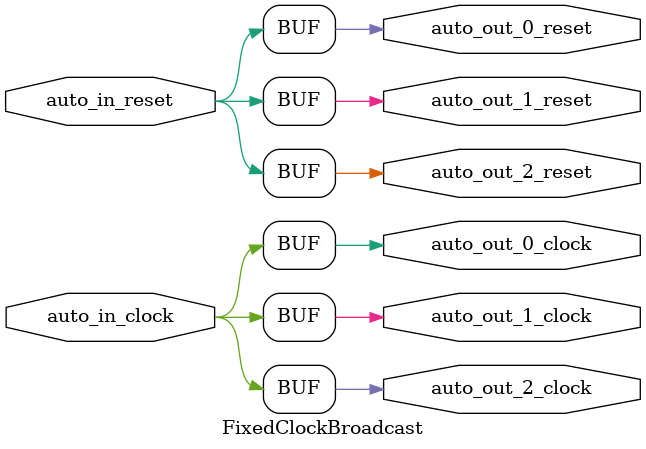
<source format=v>
module FixedClockBroadcast(
  input   auto_in_clock,
  input   auto_in_reset,
  output  auto_out_2_clock,
  output  auto_out_2_reset,
  output  auto_out_1_clock,
  output  auto_out_1_reset,
  output  auto_out_0_clock,
  output  auto_out_0_reset
);
  assign auto_out_2_clock = auto_in_clock; // @[Nodes.scala 1210:84 LazyModule.scala 309:16]
  assign auto_out_2_reset = auto_in_reset; // @[Nodes.scala 1210:84 LazyModule.scala 309:16]
  assign auto_out_1_clock = auto_in_clock; // @[Nodes.scala 1210:84 LazyModule.scala 309:16]
  assign auto_out_1_reset = auto_in_reset; // @[Nodes.scala 1210:84 LazyModule.scala 309:16]
  assign auto_out_0_clock = auto_in_clock; // @[Nodes.scala 1210:84 LazyModule.scala 309:16]
  assign auto_out_0_reset = auto_in_reset; // @[Nodes.scala 1210:84 LazyModule.scala 309:16]
endmodule

</source>
